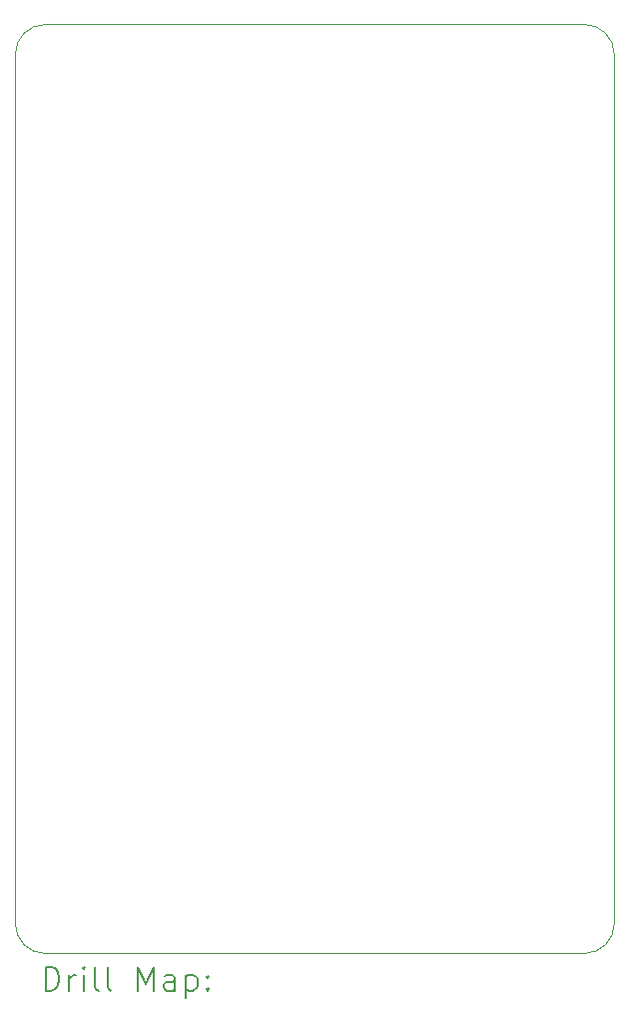
<source format=gbr>
%TF.GenerationSoftware,KiCad,Pcbnew,9.0.1*%
%TF.CreationDate,2025-04-19T16:30:46+02:00*%
%TF.ProjectId,80286,38303238-362e-46b6-9963-61645f706362,rev?*%
%TF.SameCoordinates,Original*%
%TF.FileFunction,Drillmap*%
%TF.FilePolarity,Positive*%
%FSLAX45Y45*%
G04 Gerber Fmt 4.5, Leading zero omitted, Abs format (unit mm)*
G04 Created by KiCad (PCBNEW 9.0.1) date 2025-04-19 16:30:46*
%MOMM*%
%LPD*%
G01*
G04 APERTURE LIST*
%ADD10C,0.050000*%
%ADD11C,0.200000*%
G04 APERTURE END LIST*
D10*
X16256000Y-19220000D02*
G75*
G02*
X16002000Y-18966000I0J254000D01*
G01*
X16256000Y-11346000D02*
X20828000Y-11346000D01*
X16002000Y-18966000D02*
X16002000Y-11600000D01*
X16256000Y-19220000D02*
X20828000Y-19220000D01*
X21082000Y-18966000D02*
G75*
G02*
X20828000Y-19220000I-254000J0D01*
G01*
X20828000Y-11346000D02*
G75*
G02*
X21082000Y-11600000I0J-254000D01*
G01*
X21082000Y-18966000D02*
X21082000Y-11600000D01*
X16002000Y-11600000D02*
G75*
G02*
X16256000Y-11346000I254000J0D01*
G01*
D11*
X16260277Y-19533984D02*
X16260277Y-19333984D01*
X16260277Y-19333984D02*
X16307896Y-19333984D01*
X16307896Y-19333984D02*
X16336467Y-19343508D01*
X16336467Y-19343508D02*
X16355515Y-19362555D01*
X16355515Y-19362555D02*
X16365039Y-19381603D01*
X16365039Y-19381603D02*
X16374562Y-19419698D01*
X16374562Y-19419698D02*
X16374562Y-19448270D01*
X16374562Y-19448270D02*
X16365039Y-19486365D01*
X16365039Y-19486365D02*
X16355515Y-19505412D01*
X16355515Y-19505412D02*
X16336467Y-19524460D01*
X16336467Y-19524460D02*
X16307896Y-19533984D01*
X16307896Y-19533984D02*
X16260277Y-19533984D01*
X16460277Y-19533984D02*
X16460277Y-19400650D01*
X16460277Y-19438746D02*
X16469801Y-19419698D01*
X16469801Y-19419698D02*
X16479324Y-19410174D01*
X16479324Y-19410174D02*
X16498372Y-19400650D01*
X16498372Y-19400650D02*
X16517420Y-19400650D01*
X16584086Y-19533984D02*
X16584086Y-19400650D01*
X16584086Y-19333984D02*
X16574562Y-19343508D01*
X16574562Y-19343508D02*
X16584086Y-19353031D01*
X16584086Y-19353031D02*
X16593610Y-19343508D01*
X16593610Y-19343508D02*
X16584086Y-19333984D01*
X16584086Y-19333984D02*
X16584086Y-19353031D01*
X16707896Y-19533984D02*
X16688848Y-19524460D01*
X16688848Y-19524460D02*
X16679324Y-19505412D01*
X16679324Y-19505412D02*
X16679324Y-19333984D01*
X16812658Y-19533984D02*
X16793610Y-19524460D01*
X16793610Y-19524460D02*
X16784086Y-19505412D01*
X16784086Y-19505412D02*
X16784086Y-19333984D01*
X17041229Y-19533984D02*
X17041229Y-19333984D01*
X17041229Y-19333984D02*
X17107896Y-19476841D01*
X17107896Y-19476841D02*
X17174563Y-19333984D01*
X17174563Y-19333984D02*
X17174563Y-19533984D01*
X17355515Y-19533984D02*
X17355515Y-19429222D01*
X17355515Y-19429222D02*
X17345991Y-19410174D01*
X17345991Y-19410174D02*
X17326944Y-19400650D01*
X17326944Y-19400650D02*
X17288848Y-19400650D01*
X17288848Y-19400650D02*
X17269801Y-19410174D01*
X17355515Y-19524460D02*
X17336467Y-19533984D01*
X17336467Y-19533984D02*
X17288848Y-19533984D01*
X17288848Y-19533984D02*
X17269801Y-19524460D01*
X17269801Y-19524460D02*
X17260277Y-19505412D01*
X17260277Y-19505412D02*
X17260277Y-19486365D01*
X17260277Y-19486365D02*
X17269801Y-19467317D01*
X17269801Y-19467317D02*
X17288848Y-19457793D01*
X17288848Y-19457793D02*
X17336467Y-19457793D01*
X17336467Y-19457793D02*
X17355515Y-19448270D01*
X17450753Y-19400650D02*
X17450753Y-19600650D01*
X17450753Y-19410174D02*
X17469801Y-19400650D01*
X17469801Y-19400650D02*
X17507896Y-19400650D01*
X17507896Y-19400650D02*
X17526944Y-19410174D01*
X17526944Y-19410174D02*
X17536467Y-19419698D01*
X17536467Y-19419698D02*
X17545991Y-19438746D01*
X17545991Y-19438746D02*
X17545991Y-19495889D01*
X17545991Y-19495889D02*
X17536467Y-19514936D01*
X17536467Y-19514936D02*
X17526944Y-19524460D01*
X17526944Y-19524460D02*
X17507896Y-19533984D01*
X17507896Y-19533984D02*
X17469801Y-19533984D01*
X17469801Y-19533984D02*
X17450753Y-19524460D01*
X17631705Y-19514936D02*
X17641229Y-19524460D01*
X17641229Y-19524460D02*
X17631705Y-19533984D01*
X17631705Y-19533984D02*
X17622182Y-19524460D01*
X17622182Y-19524460D02*
X17631705Y-19514936D01*
X17631705Y-19514936D02*
X17631705Y-19533984D01*
X17631705Y-19410174D02*
X17641229Y-19419698D01*
X17641229Y-19419698D02*
X17631705Y-19429222D01*
X17631705Y-19429222D02*
X17622182Y-19419698D01*
X17622182Y-19419698D02*
X17631705Y-19410174D01*
X17631705Y-19410174D02*
X17631705Y-19429222D01*
M02*

</source>
